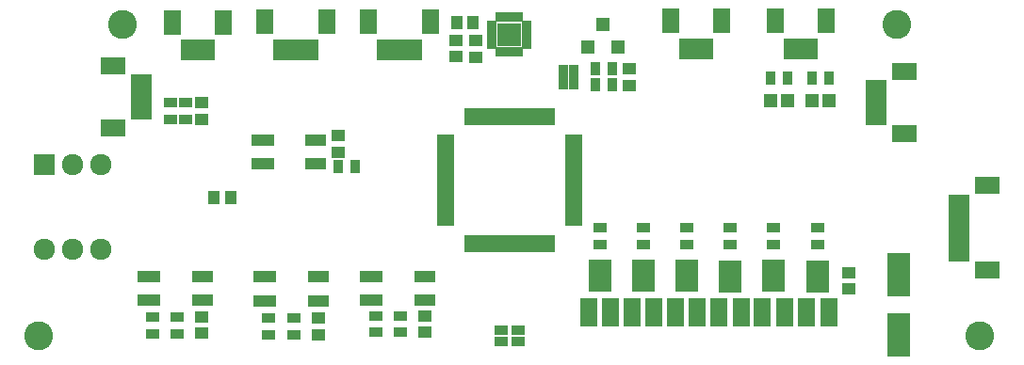
<source format=gts>
G04 #@! TF.GenerationSoftware,KiCad,Pcbnew,(5.0.0)*
G04 #@! TF.CreationDate,2019-07-10T12:20:45+09:00*
G04 #@! TF.ProjectId,MainCircuit_v2_top,4D61696E436972637569745F76325F74,rev?*
G04 #@! TF.SameCoordinates,PX61d8d40PY6e87e60*
G04 #@! TF.FileFunction,Soldermask,Top*
G04 #@! TF.FilePolarity,Negative*
%FSLAX46Y46*%
G04 Gerber Fmt 4.6, Leading zero omitted, Abs format (unit mm)*
G04 Created by KiCad (PCBNEW (5.0.0)) date 07/10/19 12:20:45*
%MOMM*%
%LPD*%
G01*
G04 APERTURE LIST*
%ADD10R,1.924000X1.924000*%
%ADD11C,1.924000*%
%ADD12R,1.100000X1.200000*%
%ADD13C,2.600000*%
%ADD14R,1.200000X1.100000*%
%ADD15R,1.000000X1.950000*%
%ADD16R,1.600000X2.200000*%
%ADD17R,1.950000X1.000000*%
%ADD18R,2.200000X1.600000*%
%ADD19R,1.150000X0.900000*%
%ADD20R,1.200000X1.300000*%
%ADD21R,0.900000X1.200000*%
%ADD22R,1.200000X0.900000*%
%ADD23R,0.900000X0.650000*%
%ADD24R,2.000000X1.050000*%
%ADD25R,1.900000X1.050000*%
%ADD26R,0.680000X1.600000*%
%ADD27R,1.600000X0.680000*%
%ADD28R,1.275000X1.200000*%
%ADD29R,0.600000X0.950000*%
%ADD30R,0.950000X0.600000*%
%ADD31R,1.200000X1.200000*%
%ADD32R,2.000000X3.900000*%
%ADD33R,2.000000X2.900000*%
%ADD34R,1.600000X2.600000*%
G04 APERTURE END LIST*
D10*
G04 #@! TO.C,SW4*
X3700000Y17900000D03*
D11*
X6240000Y17900000D03*
X8780000Y17900000D03*
X3700000Y10280000D03*
X6240000Y10280000D03*
X8780000Y10280000D03*
G04 #@! TD*
D12*
G04 #@! TO.C,C12*
X42250000Y30650000D03*
X40750000Y30650000D03*
G04 #@! TD*
D13*
G04 #@! TO.C,REF\002A\002A*
X3200000Y2500000D03*
G04 #@! TD*
G04 #@! TO.C,REF\002A\002A*
X87800000Y2500000D03*
G04 #@! TD*
G04 #@! TO.C,REF\002A\002A*
X10700000Y30500000D03*
G04 #@! TD*
D14*
G04 #@! TO.C,C2*
X30100000Y19000000D03*
X30100000Y20500000D03*
G04 #@! TD*
G04 #@! TO.C,C5*
X56300000Y26500000D03*
X56300000Y25000000D03*
G04 #@! TD*
G04 #@! TO.C,C11*
X42500000Y29075000D03*
X42500000Y27575000D03*
G04 #@! TD*
G04 #@! TO.C,C13*
X17800000Y2725000D03*
X17800000Y4225000D03*
G04 #@! TD*
G04 #@! TO.C,C14*
X28300000Y2600000D03*
X28300000Y4100000D03*
G04 #@! TD*
G04 #@! TO.C,C15*
X40700000Y29100000D03*
X40700000Y27600000D03*
G04 #@! TD*
G04 #@! TO.C,C16*
X17800000Y22000000D03*
X17800000Y23500000D03*
G04 #@! TD*
G04 #@! TO.C,C17*
X37900000Y2800000D03*
X37900000Y4300000D03*
G04 #@! TD*
D12*
G04 #@! TO.C,C20*
X18925000Y14900000D03*
X20425000Y14900000D03*
G04 #@! TD*
D15*
G04 #@! TO.C,J3*
X70700000Y28300000D03*
X71700000Y28300000D03*
X72700000Y28300000D03*
D16*
X69400000Y30825000D03*
X74000000Y30825000D03*
G04 #@! TD*
D17*
G04 #@! TO.C,J4*
X85937500Y14700000D03*
X85937500Y13700000D03*
X85937500Y12700000D03*
X85937500Y11700000D03*
X85937500Y10700000D03*
X85937500Y9700000D03*
D18*
X88462500Y16000000D03*
X88462500Y8400000D03*
G04 #@! TD*
D15*
G04 #@! TO.C,J5*
X16500000Y28200000D03*
X17500000Y28200000D03*
X18500000Y28200000D03*
D16*
X15200000Y30725000D03*
X19800000Y30725000D03*
G04 #@! TD*
D17*
G04 #@! TO.C,J6*
X78437500Y25000000D03*
X78437500Y24000000D03*
X78437500Y23000000D03*
X78437500Y22000000D03*
D18*
X80962500Y26300000D03*
X80962500Y20700000D03*
G04 #@! TD*
D15*
G04 #@! TO.C,J8*
X61300000Y28300000D03*
X62300000Y28300000D03*
X63300000Y28300000D03*
D16*
X60000000Y30825000D03*
X64600000Y30825000D03*
G04 #@! TD*
G04 #@! TO.C,J9*
X29100000Y30762500D03*
X23500000Y30762500D03*
D15*
X27800000Y28237500D03*
X26800000Y28237500D03*
X25800000Y28237500D03*
X24800000Y28237500D03*
G04 #@! TD*
D16*
G04 #@! TO.C,J10*
X38400000Y30762500D03*
X32800000Y30762500D03*
D15*
X37100000Y28237500D03*
X36100000Y28237500D03*
X35100000Y28237500D03*
X34100000Y28237500D03*
G04 #@! TD*
D19*
G04 #@! TO.C,LED1*
X46300000Y3000000D03*
X44750000Y3000000D03*
X44750000Y2000000D03*
X46300000Y2000000D03*
G04 #@! TD*
D20*
G04 #@! TO.C,Q1*
X52550000Y28500000D03*
X55230000Y28500000D03*
X53900000Y30500000D03*
G04 #@! TD*
D21*
G04 #@! TO.C,R1*
X30100000Y17700000D03*
X31600000Y17700000D03*
G04 #@! TD*
D22*
G04 #@! TO.C,R2*
X53600000Y10700000D03*
X53600000Y12200000D03*
G04 #@! TD*
G04 #@! TO.C,R3*
X57500000Y10700000D03*
X57500000Y12200000D03*
G04 #@! TD*
G04 #@! TO.C,R4*
X61400000Y10700000D03*
X61400000Y12200000D03*
G04 #@! TD*
G04 #@! TO.C,R5*
X65300000Y10700000D03*
X65300000Y12200000D03*
G04 #@! TD*
D21*
G04 #@! TO.C,R7*
X54700000Y25100000D03*
X53200000Y25100000D03*
G04 #@! TD*
G04 #@! TO.C,R8*
X53200000Y26500000D03*
X54700000Y26500000D03*
G04 #@! TD*
D22*
G04 #@! TO.C,R9*
X69200000Y10700000D03*
X69200000Y12200000D03*
G04 #@! TD*
G04 #@! TO.C,R10*
X73200000Y10700000D03*
X73200000Y12200000D03*
G04 #@! TD*
G04 #@! TO.C,R11*
X13400000Y2700000D03*
X13400000Y4200000D03*
G04 #@! TD*
G04 #@! TO.C,R12*
X23800000Y2600000D03*
X23800000Y4100000D03*
G04 #@! TD*
G04 #@! TO.C,R13*
X15600000Y4200000D03*
X15600000Y2700000D03*
G04 #@! TD*
G04 #@! TO.C,R14*
X26100000Y4100000D03*
X26100000Y2600000D03*
G04 #@! TD*
G04 #@! TO.C,R15*
X15000000Y23500000D03*
X15000000Y22000000D03*
G04 #@! TD*
G04 #@! TO.C,R16*
X33500000Y2800000D03*
X33500000Y4300000D03*
G04 #@! TD*
G04 #@! TO.C,R17*
X16400000Y23500000D03*
X16400000Y22000000D03*
G04 #@! TD*
G04 #@! TO.C,R18*
X35700000Y4300000D03*
X35700000Y2800000D03*
G04 #@! TD*
D23*
G04 #@! TO.C,RN1*
X50300000Y26000000D03*
X50300000Y25500000D03*
X51300000Y25500000D03*
X51300000Y26000000D03*
X51300000Y25000000D03*
X50300000Y26500000D03*
X51300000Y26500000D03*
X50300000Y25000000D03*
G04 #@! TD*
D24*
G04 #@! TO.C,SW1*
X23300000Y17950000D03*
D25*
X28100000Y17950000D03*
D24*
X23300000Y20100000D03*
D25*
X28100000Y20100000D03*
G04 #@! TD*
D24*
G04 #@! TO.C,SW2*
X13100000Y5700000D03*
D25*
X17900000Y5700000D03*
D24*
X13100000Y7850000D03*
D25*
X17900000Y7850000D03*
G04 #@! TD*
D24*
G04 #@! TO.C,SW3*
X23500000Y5650000D03*
D25*
X28300000Y5650000D03*
D24*
X23500000Y7800000D03*
D25*
X28300000Y7800000D03*
G04 #@! TD*
D24*
G04 #@! TO.C,SW5*
X33100000Y5700000D03*
D25*
X37900000Y5700000D03*
D24*
X33100000Y7850000D03*
D25*
X37900000Y7850000D03*
G04 #@! TD*
D26*
G04 #@! TO.C,U1*
X41750000Y22250000D03*
X42250000Y22250000D03*
X42750000Y22250000D03*
X43250000Y22250000D03*
X43750000Y22250000D03*
X44250000Y22250000D03*
X44750000Y22250000D03*
X45250000Y22250000D03*
X45750000Y22250000D03*
X46250000Y22250000D03*
X46750000Y22250000D03*
X47250000Y22250000D03*
X47750000Y22250000D03*
X48250000Y22250000D03*
X48750000Y22250000D03*
X49250000Y22250000D03*
D27*
X51250000Y20250000D03*
X51250000Y19750000D03*
X51250000Y19250000D03*
X51250000Y18750000D03*
X51250000Y18250000D03*
X51250000Y17750000D03*
X51250000Y17250000D03*
X51250000Y16750000D03*
X51250000Y16250000D03*
X51250000Y15750000D03*
X51250000Y15250000D03*
X51250000Y14750000D03*
X51250000Y14250000D03*
X51250000Y13750000D03*
X51250000Y13250000D03*
X51250000Y12750000D03*
D26*
X49250000Y10750000D03*
X48750000Y10750000D03*
X48250000Y10750000D03*
X47750000Y10750000D03*
X47250000Y10750000D03*
X46750000Y10750000D03*
X46250000Y10750000D03*
X45750000Y10750000D03*
X45250000Y10750000D03*
X44750000Y10750000D03*
X44250000Y10750000D03*
X43750000Y10750000D03*
X43250000Y10750000D03*
X42750000Y10750000D03*
X42250000Y10750000D03*
X41750000Y10750000D03*
D27*
X39750000Y12750000D03*
X39750000Y13250000D03*
X39750000Y13750000D03*
X39750000Y14250000D03*
X39750000Y14750000D03*
X39750000Y15250000D03*
X39750000Y15750000D03*
X39750000Y16250000D03*
X39750000Y16750000D03*
X39750000Y17250000D03*
X39750000Y17750000D03*
X39750000Y18250000D03*
X39750000Y18750000D03*
X39750000Y19250000D03*
X39750000Y19750000D03*
X39750000Y20250000D03*
G04 #@! TD*
D28*
G04 #@! TO.C,U2*
X45030000Y30000000D03*
X45030000Y29200000D03*
D29*
X44465000Y28040000D03*
D30*
X47025000Y29400000D03*
D29*
X45665000Y28040000D03*
D30*
X43905000Y28600000D03*
X43905000Y30200000D03*
X43905000Y29800000D03*
D29*
X44865000Y28040000D03*
X46465000Y31160000D03*
D30*
X47025000Y29000000D03*
D28*
X45900000Y30000000D03*
D29*
X46065000Y31160000D03*
X45265000Y28040000D03*
D30*
X47025000Y29800000D03*
D29*
X46465000Y28040000D03*
D30*
X43905000Y29000000D03*
D29*
X45265000Y31160000D03*
D30*
X47025000Y30200000D03*
D29*
X44465000Y31160000D03*
D30*
X47025000Y30600000D03*
X47025000Y28600000D03*
X43905000Y30600000D03*
D29*
X44865000Y31160000D03*
D30*
X43905000Y29400000D03*
D28*
X45900000Y29200000D03*
D29*
X45665000Y31160000D03*
X46065000Y28040000D03*
G04 #@! TD*
D31*
G04 #@! TO.C,D1*
X70500000Y23700000D03*
X69000000Y23700000D03*
G04 #@! TD*
G04 #@! TO.C,D2*
X74200000Y23700000D03*
X72700000Y23700000D03*
G04 #@! TD*
D21*
G04 #@! TO.C,R25*
X70500000Y25700000D03*
X69000000Y25700000D03*
G04 #@! TD*
G04 #@! TO.C,R26*
X74200000Y25700000D03*
X72700000Y25700000D03*
G04 #@! TD*
D13*
G04 #@! TO.C,REF\002A\002A*
X80300000Y30500000D03*
G04 #@! TD*
D17*
G04 #@! TO.C,J7*
X12400000Y22500000D03*
X12400000Y23500000D03*
X12400000Y24500000D03*
X12400000Y25500000D03*
D18*
X9875000Y21200000D03*
X9875000Y26800000D03*
G04 #@! TD*
D14*
G04 #@! TO.C,C22*
X76000000Y6700000D03*
X76000000Y8200000D03*
G04 #@! TD*
D32*
G04 #@! TO.C,C23*
X80500000Y2600000D03*
X80500000Y8000000D03*
G04 #@! TD*
D33*
G04 #@! TO.C,RV1*
X53600000Y7900000D03*
D34*
X54600000Y4650000D03*
X52600000Y4650000D03*
G04 #@! TD*
D33*
G04 #@! TO.C,RV2*
X57500000Y7900000D03*
D34*
X58500000Y4650000D03*
X56500000Y4650000D03*
G04 #@! TD*
G04 #@! TO.C,RV3*
X60400000Y4650000D03*
X62400000Y4650000D03*
D33*
X61400000Y7900000D03*
G04 #@! TD*
D34*
G04 #@! TO.C,RV4*
X64300000Y4600000D03*
X66300000Y4600000D03*
D33*
X65300000Y7850000D03*
G04 #@! TD*
G04 #@! TO.C,RV5*
X69200000Y7900000D03*
D34*
X70200000Y4650000D03*
X68200000Y4650000D03*
G04 #@! TD*
G04 #@! TO.C,RV6*
X72200000Y4600000D03*
X74200000Y4600000D03*
D33*
X73200000Y7850000D03*
G04 #@! TD*
M02*

</source>
